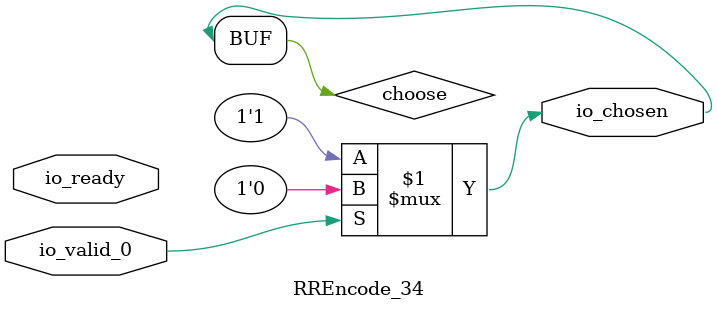
<source format=v>
module RREncode_34(
    input  io_valid_0,
    output io_chosen,
    input  io_ready);
  wire choose;
  assign io_chosen = choose;
  assign choose = io_valid_0 ? 1'h0 : 1'h1;
endmodule
</source>
